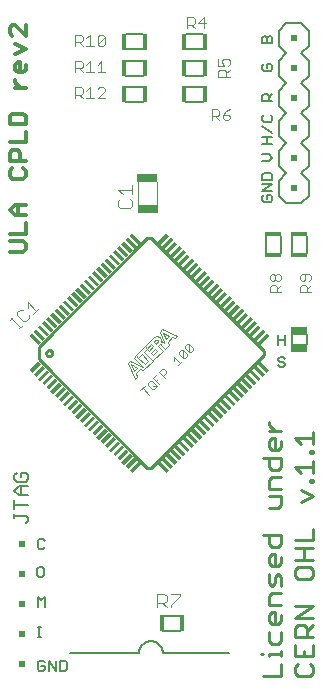
<source format=gto>
G75*
%MOIN*%
%OFA0B0*%
%FSLAX25Y25*%
%IPPOS*%
%LPD*%
%AMOC8*
5,1,8,0,0,1.08239X$1,22.5*
%
%ADD10C,0.01300*%
%ADD11C,0.00600*%
%ADD12C,0.01100*%
%ADD13C,0.00400*%
%ADD14R,0.06693X0.02953*%
%ADD15C,0.01000*%
%ADD16C,0.00200*%
%ADD17C,0.00300*%
%ADD18R,0.04133X0.01182*%
%ADD19R,0.04133X0.01181*%
%ADD20R,0.01182X0.04133*%
%ADD21R,0.01181X0.04133*%
%ADD22R,0.01400X0.05600*%
%ADD23R,0.02000X0.02000*%
%ADD24R,0.05512X0.02559*%
%ADD25R,0.05600X0.01400*%
%ADD26C,0.00500*%
D10*
X0011032Y0152012D02*
X0015453Y0152012D01*
X0016337Y0152896D01*
X0016337Y0154664D01*
X0015453Y0155548D01*
X0011032Y0155548D01*
X0011032Y0158089D02*
X0016337Y0158089D01*
X0016337Y0161626D01*
X0016337Y0164166D02*
X0012801Y0164166D01*
X0011032Y0165935D01*
X0012801Y0167703D01*
X0016337Y0167703D01*
X0013685Y0167703D02*
X0013685Y0164166D01*
X0011917Y0176321D02*
X0015453Y0176321D01*
X0016337Y0177205D01*
X0016337Y0178973D01*
X0015453Y0179857D01*
X0016337Y0182398D02*
X0011032Y0182398D01*
X0011032Y0185050D01*
X0011917Y0185934D01*
X0013685Y0185934D01*
X0014569Y0185050D01*
X0014569Y0182398D01*
X0011917Y0179857D02*
X0011032Y0178973D01*
X0011032Y0177205D01*
X0011917Y0176321D01*
X0011032Y0188475D02*
X0016337Y0188475D01*
X0016337Y0192012D01*
X0016337Y0194552D02*
X0016337Y0197205D01*
X0015453Y0198089D01*
X0011917Y0198089D01*
X0011032Y0197205D01*
X0011032Y0194552D01*
X0016337Y0194552D01*
X0016337Y0206707D02*
X0012801Y0206707D01*
X0014569Y0206707D02*
X0012801Y0208475D01*
X0012801Y0209359D01*
X0013685Y0211771D02*
X0012801Y0212655D01*
X0012801Y0214423D01*
X0013685Y0215307D01*
X0014569Y0215307D01*
X0014569Y0211771D01*
X0015453Y0211771D02*
X0013685Y0211771D01*
X0015453Y0211771D02*
X0016337Y0212655D01*
X0016337Y0214423D01*
X0012801Y0217848D02*
X0016337Y0219616D01*
X0012801Y0221385D01*
X0011917Y0223925D02*
X0011032Y0224809D01*
X0011032Y0226578D01*
X0011917Y0227462D01*
X0012801Y0227462D01*
X0016337Y0223925D01*
X0016337Y0227462D01*
D11*
X0049812Y0224487D02*
X0055412Y0224487D01*
X0055412Y0219487D02*
X0049812Y0219487D01*
X0049812Y0215737D02*
X0055412Y0215737D01*
X0055412Y0210737D02*
X0049812Y0210737D01*
X0049812Y0206987D02*
X0055412Y0206987D01*
X0055412Y0201987D02*
X0049812Y0201987D01*
X0069812Y0201987D02*
X0075412Y0201987D01*
X0075412Y0206987D02*
X0069812Y0206987D01*
X0069812Y0210737D02*
X0075412Y0210737D01*
X0075412Y0215737D02*
X0069812Y0215737D01*
X0069812Y0219487D02*
X0075412Y0219487D01*
X0075412Y0224487D02*
X0069812Y0224487D01*
X0095159Y0223363D02*
X0095726Y0223931D01*
X0096293Y0223931D01*
X0096861Y0223363D01*
X0096861Y0221662D01*
X0098562Y0221662D02*
X0095159Y0221662D01*
X0095159Y0223363D01*
X0096861Y0223363D02*
X0097428Y0223931D01*
X0097995Y0223931D01*
X0098562Y0223363D01*
X0098562Y0221662D01*
X0100737Y0220737D02*
X0100737Y0225737D01*
X0103237Y0228237D01*
X0108237Y0228237D01*
X0110737Y0225737D01*
X0110737Y0220737D01*
X0108237Y0218237D01*
X0110737Y0215737D01*
X0110737Y0210737D01*
X0108237Y0208237D01*
X0110737Y0205737D01*
X0110737Y0200737D01*
X0108237Y0198237D01*
X0110737Y0195737D01*
X0110737Y0190737D01*
X0108237Y0188237D01*
X0110737Y0185737D01*
X0110737Y0180737D01*
X0108237Y0178237D01*
X0110737Y0175737D01*
X0110737Y0170737D01*
X0108237Y0168237D01*
X0103237Y0168237D01*
X0100737Y0170737D01*
X0100737Y0175737D01*
X0103237Y0178237D01*
X0100737Y0180737D01*
X0100737Y0185737D01*
X0103237Y0188237D01*
X0100737Y0190737D01*
X0100737Y0195737D01*
X0103237Y0198237D01*
X0100737Y0200737D01*
X0100737Y0205737D01*
X0103237Y0208237D01*
X0100737Y0210737D01*
X0100737Y0215737D01*
X0103237Y0218237D01*
X0100737Y0220737D01*
X0097995Y0214556D02*
X0096861Y0214556D01*
X0096861Y0213421D01*
X0097995Y0212287D02*
X0095726Y0212287D01*
X0095159Y0212854D01*
X0095159Y0213988D01*
X0095726Y0214556D01*
X0097995Y0214556D02*
X0098562Y0213988D01*
X0098562Y0212854D01*
X0097995Y0212287D01*
X0098562Y0204556D02*
X0097428Y0203421D01*
X0097428Y0203988D02*
X0097428Y0202287D01*
X0098562Y0202287D02*
X0095159Y0202287D01*
X0095159Y0203988D01*
X0095726Y0204556D01*
X0096861Y0204556D01*
X0097428Y0203988D01*
X0097995Y0197547D02*
X0098562Y0196980D01*
X0098562Y0195845D01*
X0097995Y0195278D01*
X0095726Y0195278D01*
X0095159Y0195845D01*
X0095159Y0196980D01*
X0095726Y0197547D01*
X0095159Y0193864D02*
X0098562Y0191595D01*
X0098562Y0190181D02*
X0095159Y0190181D01*
X0096861Y0190181D02*
X0096861Y0187912D01*
X0098562Y0187912D02*
X0095159Y0187912D01*
X0095159Y0184556D02*
X0097428Y0184556D01*
X0098562Y0183421D01*
X0097428Y0182287D01*
X0095159Y0182287D01*
X0095726Y0178172D02*
X0095159Y0177605D01*
X0095159Y0175903D01*
X0098562Y0175903D01*
X0098562Y0177605D01*
X0097995Y0178172D01*
X0095726Y0178172D01*
X0095159Y0174489D02*
X0098562Y0174489D01*
X0095159Y0172220D01*
X0098562Y0172220D01*
X0097995Y0170806D02*
X0096861Y0170806D01*
X0096861Y0169671D01*
X0097995Y0168537D02*
X0095726Y0168537D01*
X0095159Y0169104D01*
X0095159Y0170238D01*
X0095726Y0170806D01*
X0097995Y0170806D02*
X0098562Y0170238D01*
X0098562Y0169104D01*
X0097995Y0168537D01*
X0096362Y0157287D02*
X0096362Y0151687D01*
X0101362Y0151687D02*
X0101362Y0157287D01*
X0105112Y0157287D02*
X0105112Y0151687D01*
X0110112Y0151687D02*
X0110112Y0157287D01*
X0110112Y0124448D02*
X0110112Y0121219D01*
X0105112Y0121219D02*
X0105112Y0124448D01*
X0102747Y0124190D02*
X0102747Y0120787D01*
X0102747Y0122488D02*
X0100479Y0122488D01*
X0100479Y0120787D02*
X0100479Y0124190D01*
X0101046Y0117002D02*
X0100479Y0116435D01*
X0100479Y0115868D01*
X0101046Y0115301D01*
X0102180Y0115301D01*
X0102747Y0114734D01*
X0102747Y0114167D01*
X0102180Y0113600D01*
X0101046Y0113600D01*
X0100479Y0114167D01*
X0101046Y0117002D02*
X0102180Y0117002D01*
X0102747Y0116435D01*
X0067912Y0030737D02*
X0062312Y0030737D01*
X0062312Y0025737D02*
X0067912Y0025737D01*
X0062112Y0018237D02*
X0084112Y0018237D01*
X0062112Y0018237D02*
X0062110Y0018363D01*
X0062104Y0018488D01*
X0062094Y0018613D01*
X0062080Y0018738D01*
X0062063Y0018863D01*
X0062041Y0018987D01*
X0062016Y0019110D01*
X0061986Y0019232D01*
X0061953Y0019353D01*
X0061916Y0019473D01*
X0061876Y0019592D01*
X0061831Y0019709D01*
X0061783Y0019826D01*
X0061731Y0019940D01*
X0061676Y0020053D01*
X0061617Y0020164D01*
X0061555Y0020273D01*
X0061489Y0020380D01*
X0061420Y0020485D01*
X0061348Y0020588D01*
X0061273Y0020689D01*
X0061194Y0020787D01*
X0061112Y0020882D01*
X0061028Y0020975D01*
X0060940Y0021065D01*
X0060850Y0021153D01*
X0060757Y0021237D01*
X0060662Y0021319D01*
X0060564Y0021398D01*
X0060463Y0021473D01*
X0060360Y0021545D01*
X0060255Y0021614D01*
X0060148Y0021680D01*
X0060039Y0021742D01*
X0059928Y0021801D01*
X0059815Y0021856D01*
X0059701Y0021908D01*
X0059584Y0021956D01*
X0059467Y0022001D01*
X0059348Y0022041D01*
X0059228Y0022078D01*
X0059107Y0022111D01*
X0058985Y0022141D01*
X0058862Y0022166D01*
X0058738Y0022188D01*
X0058613Y0022205D01*
X0058488Y0022219D01*
X0058363Y0022229D01*
X0058238Y0022235D01*
X0058112Y0022237D01*
X0057986Y0022235D01*
X0057861Y0022229D01*
X0057736Y0022219D01*
X0057611Y0022205D01*
X0057486Y0022188D01*
X0057362Y0022166D01*
X0057239Y0022141D01*
X0057117Y0022111D01*
X0056996Y0022078D01*
X0056876Y0022041D01*
X0056757Y0022001D01*
X0056640Y0021956D01*
X0056523Y0021908D01*
X0056409Y0021856D01*
X0056296Y0021801D01*
X0056185Y0021742D01*
X0056076Y0021680D01*
X0055969Y0021614D01*
X0055864Y0021545D01*
X0055761Y0021473D01*
X0055660Y0021398D01*
X0055562Y0021319D01*
X0055467Y0021237D01*
X0055374Y0021153D01*
X0055284Y0021065D01*
X0055196Y0020975D01*
X0055112Y0020882D01*
X0055030Y0020787D01*
X0054951Y0020689D01*
X0054876Y0020588D01*
X0054804Y0020485D01*
X0054735Y0020380D01*
X0054669Y0020273D01*
X0054607Y0020164D01*
X0054548Y0020053D01*
X0054493Y0019940D01*
X0054441Y0019826D01*
X0054393Y0019709D01*
X0054348Y0019592D01*
X0054308Y0019473D01*
X0054271Y0019353D01*
X0054238Y0019232D01*
X0054208Y0019110D01*
X0054183Y0018987D01*
X0054161Y0018863D01*
X0054144Y0018738D01*
X0054130Y0018613D01*
X0054120Y0018488D01*
X0054114Y0018363D01*
X0054112Y0018237D01*
X0031112Y0018237D01*
X0029480Y0015690D02*
X0027778Y0015690D01*
X0027778Y0012287D01*
X0029480Y0012287D01*
X0030047Y0012854D01*
X0030047Y0015123D01*
X0029480Y0015690D01*
X0026364Y0015690D02*
X0026364Y0012287D01*
X0024095Y0015690D01*
X0024095Y0012287D01*
X0022681Y0012854D02*
X0022681Y0013988D01*
X0021546Y0013988D01*
X0020412Y0012854D02*
X0020979Y0012287D01*
X0022113Y0012287D01*
X0022681Y0012854D01*
X0022681Y0015123D02*
X0022113Y0015690D01*
X0020979Y0015690D01*
X0020412Y0015123D01*
X0020412Y0012854D01*
X0020412Y0023537D02*
X0021546Y0023537D01*
X0020979Y0023537D02*
X0020979Y0026940D01*
X0020412Y0026940D02*
X0021546Y0026940D01*
X0020412Y0033537D02*
X0020412Y0036940D01*
X0021546Y0035806D01*
X0022681Y0036940D01*
X0022681Y0033537D01*
X0021801Y0043537D02*
X0020667Y0043537D01*
X0020100Y0044104D01*
X0020100Y0046373D01*
X0020667Y0046940D01*
X0021801Y0046940D01*
X0022368Y0046373D01*
X0022368Y0044104D01*
X0021801Y0043537D01*
X0022113Y0052912D02*
X0020979Y0052912D01*
X0020412Y0053479D01*
X0020412Y0055748D01*
X0020979Y0056315D01*
X0022113Y0056315D01*
X0022681Y0055748D01*
X0022681Y0053479D02*
X0022113Y0052912D01*
D12*
X0094673Y0018092D02*
X0095657Y0018092D01*
X0097625Y0018092D02*
X0101562Y0018092D01*
X0101562Y0017108D02*
X0101562Y0019076D01*
X0100578Y0021405D02*
X0101562Y0022389D01*
X0101562Y0025341D01*
X0100578Y0027850D02*
X0098609Y0027850D01*
X0097625Y0028834D01*
X0097625Y0030803D01*
X0098609Y0031787D01*
X0099594Y0031787D01*
X0099594Y0027850D01*
X0100578Y0027850D02*
X0101562Y0028834D01*
X0101562Y0030803D01*
X0101562Y0034295D02*
X0097625Y0034295D01*
X0097625Y0037248D01*
X0098609Y0038232D01*
X0101562Y0038232D01*
X0101562Y0040741D02*
X0101562Y0043694D01*
X0100578Y0044678D01*
X0099594Y0043694D01*
X0099594Y0041725D01*
X0098609Y0040741D01*
X0097625Y0041725D01*
X0097625Y0044678D01*
X0098609Y0047186D02*
X0097625Y0048171D01*
X0097625Y0050139D01*
X0098609Y0051123D01*
X0099594Y0051123D01*
X0099594Y0047186D01*
X0100578Y0047186D02*
X0098609Y0047186D01*
X0100578Y0047186D02*
X0101562Y0048171D01*
X0101562Y0050139D01*
X0100578Y0053632D02*
X0098609Y0053632D01*
X0097625Y0054616D01*
X0097625Y0057569D01*
X0095657Y0057569D02*
X0101562Y0057569D01*
X0101562Y0054616D01*
X0100578Y0053632D01*
X0106157Y0053272D02*
X0112062Y0053272D01*
X0112062Y0055780D02*
X0112062Y0059717D01*
X0112062Y0055780D02*
X0106157Y0055780D01*
X0109109Y0053272D02*
X0109109Y0049335D01*
X0107141Y0046826D02*
X0106157Y0045842D01*
X0106157Y0043874D01*
X0107141Y0042889D01*
X0111078Y0042889D01*
X0112062Y0043874D01*
X0112062Y0045842D01*
X0111078Y0046826D01*
X0107141Y0046826D01*
X0106157Y0049335D02*
X0112062Y0049335D01*
X0112062Y0033935D02*
X0106157Y0033935D01*
X0106157Y0029998D02*
X0112062Y0033935D01*
X0112062Y0029998D02*
X0106157Y0029998D01*
X0107141Y0027490D02*
X0106157Y0026506D01*
X0106157Y0023553D01*
X0112062Y0023553D01*
X0110094Y0023553D02*
X0110094Y0026506D01*
X0109109Y0027490D01*
X0107141Y0027490D01*
X0110094Y0025521D02*
X0112062Y0027490D01*
X0112062Y0021044D02*
X0112062Y0017108D01*
X0106157Y0017108D01*
X0106157Y0021044D01*
X0109109Y0019076D02*
X0109109Y0017108D01*
X0107141Y0014599D02*
X0106157Y0013615D01*
X0106157Y0011646D01*
X0107141Y0010662D01*
X0111078Y0010662D01*
X0112062Y0011646D01*
X0112062Y0013615D01*
X0111078Y0014599D01*
X0101562Y0014599D02*
X0101562Y0010662D01*
X0095657Y0010662D01*
X0097625Y0017108D02*
X0097625Y0018092D01*
X0098609Y0021405D02*
X0100578Y0021405D01*
X0098609Y0021405D02*
X0097625Y0022389D01*
X0097625Y0025341D01*
X0097625Y0066523D02*
X0100578Y0066523D01*
X0101562Y0067507D01*
X0101562Y0070460D01*
X0097625Y0070460D01*
X0097625Y0072968D02*
X0097625Y0075921D01*
X0098609Y0076905D01*
X0101562Y0076905D01*
X0100578Y0079414D02*
X0098609Y0079414D01*
X0097625Y0080398D01*
X0097625Y0083351D01*
X0095657Y0083351D02*
X0101562Y0083351D01*
X0101562Y0080398D01*
X0100578Y0079414D01*
X0101562Y0072968D02*
X0097625Y0072968D01*
X0098609Y0085859D02*
X0097625Y0086844D01*
X0097625Y0088812D01*
X0098609Y0089796D01*
X0099594Y0089796D01*
X0099594Y0085859D01*
X0100578Y0085859D02*
X0098609Y0085859D01*
X0100578Y0085859D02*
X0101562Y0086844D01*
X0101562Y0088812D01*
X0101562Y0092305D02*
X0097625Y0092305D01*
X0097625Y0094273D02*
X0097625Y0095257D01*
X0097625Y0094273D02*
X0099594Y0092305D01*
X0106157Y0089976D02*
X0112062Y0089976D01*
X0112062Y0088008D02*
X0112062Y0091945D01*
X0108125Y0088008D02*
X0106157Y0089976D01*
X0111078Y0085769D02*
X0112062Y0085769D01*
X0112062Y0084785D01*
X0111078Y0084785D01*
X0111078Y0085769D01*
X0112062Y0082276D02*
X0112062Y0078340D01*
X0112062Y0080308D02*
X0106157Y0080308D01*
X0108125Y0078340D01*
X0111078Y0076101D02*
X0112062Y0076101D01*
X0112062Y0075117D01*
X0111078Y0075117D01*
X0111078Y0076101D01*
X0108125Y0072608D02*
X0112062Y0070640D01*
X0108125Y0068671D01*
D13*
X0067985Y0038041D02*
X0067985Y0037274D01*
X0064916Y0034204D01*
X0064916Y0033437D01*
X0063381Y0033437D02*
X0061847Y0034972D01*
X0062614Y0034972D02*
X0060312Y0034972D01*
X0060312Y0033437D02*
X0060312Y0038041D01*
X0062614Y0038041D01*
X0063381Y0037274D01*
X0063381Y0035739D01*
X0062614Y0034972D01*
X0064916Y0038041D02*
X0067985Y0038041D01*
X0014072Y0126454D02*
X0015039Y0127421D01*
X0014555Y0126938D02*
X0011654Y0129839D01*
X0011170Y0129356D02*
X0012137Y0130323D01*
X0013607Y0130825D02*
X0015541Y0128891D01*
X0016509Y0128891D01*
X0017476Y0129858D01*
X0017476Y0130825D01*
X0018955Y0131337D02*
X0020889Y0133272D01*
X0019922Y0132305D02*
X0017021Y0135206D01*
X0017021Y0133272D01*
X0015541Y0132760D02*
X0014574Y0132760D01*
X0013607Y0131793D01*
X0013607Y0130825D01*
X0047950Y0166562D02*
X0047183Y0167329D01*
X0047183Y0168864D01*
X0047950Y0169631D01*
X0048718Y0171166D02*
X0047183Y0172701D01*
X0051787Y0172701D01*
X0051787Y0174235D02*
X0051787Y0171166D01*
X0051020Y0169631D02*
X0051787Y0168864D01*
X0051787Y0167329D01*
X0051020Y0166562D01*
X0047950Y0166562D01*
X0053889Y0167563D02*
X0053889Y0175161D01*
X0060085Y0175161D02*
X0060085Y0167563D01*
D14*
X0056991Y0166139D03*
X0056983Y0176585D03*
D15*
X0056916Y0156515D02*
X0058308Y0156515D01*
X0095890Y0118933D01*
X0095890Y0117541D01*
X0058308Y0079959D01*
X0056916Y0079959D01*
X0020726Y0116149D01*
X0020726Y0120325D01*
X0056916Y0156515D01*
X0023221Y0118237D02*
X0023223Y0118299D01*
X0023229Y0118362D01*
X0023239Y0118423D01*
X0023253Y0118484D01*
X0023270Y0118544D01*
X0023291Y0118603D01*
X0023317Y0118660D01*
X0023345Y0118715D01*
X0023377Y0118769D01*
X0023413Y0118820D01*
X0023451Y0118870D01*
X0023493Y0118916D01*
X0023537Y0118960D01*
X0023585Y0119001D01*
X0023634Y0119039D01*
X0023686Y0119073D01*
X0023740Y0119104D01*
X0023796Y0119132D01*
X0023854Y0119156D01*
X0023913Y0119177D01*
X0023973Y0119193D01*
X0024034Y0119206D01*
X0024096Y0119215D01*
X0024158Y0119220D01*
X0024221Y0119221D01*
X0024283Y0119218D01*
X0024345Y0119211D01*
X0024407Y0119200D01*
X0024467Y0119185D01*
X0024527Y0119167D01*
X0024585Y0119145D01*
X0024642Y0119119D01*
X0024697Y0119089D01*
X0024750Y0119056D01*
X0024801Y0119020D01*
X0024849Y0118981D01*
X0024895Y0118938D01*
X0024938Y0118893D01*
X0024978Y0118845D01*
X0025015Y0118795D01*
X0025049Y0118742D01*
X0025080Y0118688D01*
X0025106Y0118632D01*
X0025130Y0118574D01*
X0025149Y0118514D01*
X0025165Y0118454D01*
X0025177Y0118392D01*
X0025185Y0118331D01*
X0025189Y0118268D01*
X0025189Y0118206D01*
X0025185Y0118143D01*
X0025177Y0118082D01*
X0025165Y0118020D01*
X0025149Y0117960D01*
X0025130Y0117900D01*
X0025106Y0117842D01*
X0025080Y0117786D01*
X0025049Y0117732D01*
X0025015Y0117679D01*
X0024978Y0117629D01*
X0024938Y0117581D01*
X0024895Y0117536D01*
X0024849Y0117493D01*
X0024801Y0117454D01*
X0024750Y0117418D01*
X0024697Y0117385D01*
X0024642Y0117355D01*
X0024585Y0117329D01*
X0024527Y0117307D01*
X0024467Y0117289D01*
X0024407Y0117274D01*
X0024345Y0117263D01*
X0024283Y0117256D01*
X0024221Y0117253D01*
X0024158Y0117254D01*
X0024096Y0117259D01*
X0024034Y0117268D01*
X0023973Y0117281D01*
X0023913Y0117297D01*
X0023854Y0117318D01*
X0023796Y0117342D01*
X0023740Y0117370D01*
X0023686Y0117401D01*
X0023634Y0117435D01*
X0023585Y0117473D01*
X0023537Y0117514D01*
X0023493Y0117558D01*
X0023451Y0117604D01*
X0023413Y0117654D01*
X0023377Y0117705D01*
X0023345Y0117759D01*
X0023317Y0117814D01*
X0023291Y0117871D01*
X0023270Y0117930D01*
X0023253Y0117990D01*
X0023239Y0118051D01*
X0023229Y0118112D01*
X0023223Y0118175D01*
X0023221Y0118237D01*
D16*
X0050418Y0114802D02*
X0051126Y0115509D01*
X0055368Y0113738D01*
X0052362Y0116745D01*
X0053069Y0117452D01*
X0056075Y0120459D01*
X0059079Y0123462D01*
X0059611Y0122580D02*
X0059079Y0122048D01*
X0059786Y0121341D01*
X0060318Y0121873D01*
X0060318Y0121872D02*
X0060347Y0121905D01*
X0060374Y0121939D01*
X0060397Y0121976D01*
X0060417Y0122015D01*
X0060434Y0122055D01*
X0060447Y0122097D01*
X0060456Y0122139D01*
X0060462Y0122182D01*
X0060464Y0122226D01*
X0060462Y0122270D01*
X0060456Y0122313D01*
X0060447Y0122355D01*
X0060434Y0122397D01*
X0060417Y0122437D01*
X0060397Y0122476D01*
X0060374Y0122513D01*
X0060347Y0122547D01*
X0060318Y0122580D01*
X0060285Y0122609D01*
X0060251Y0122636D01*
X0060214Y0122659D01*
X0060175Y0122679D01*
X0060135Y0122696D01*
X0060093Y0122709D01*
X0060051Y0122718D01*
X0060008Y0122724D01*
X0059964Y0122726D01*
X0059920Y0122724D01*
X0059877Y0122718D01*
X0059835Y0122709D01*
X0059793Y0122696D01*
X0059753Y0122679D01*
X0059714Y0122659D01*
X0059677Y0122636D01*
X0059643Y0122609D01*
X0059610Y0122580D01*
X0059079Y0123463D02*
X0059139Y0123511D01*
X0059202Y0123556D01*
X0059267Y0123598D01*
X0059334Y0123637D01*
X0059402Y0123672D01*
X0059473Y0123704D01*
X0059545Y0123732D01*
X0059618Y0123756D01*
X0059693Y0123777D01*
X0059768Y0123794D01*
X0059844Y0123807D01*
X0059921Y0123816D01*
X0059998Y0123821D01*
X0060075Y0123822D01*
X0060152Y0123819D01*
X0060229Y0123813D01*
X0060306Y0123802D01*
X0060382Y0123788D01*
X0060457Y0123769D01*
X0060531Y0123747D01*
X0060604Y0123721D01*
X0060675Y0123692D01*
X0060745Y0123659D01*
X0060813Y0123622D01*
X0060879Y0123582D01*
X0060943Y0123539D01*
X0061005Y0123492D01*
X0061064Y0123443D01*
X0061120Y0123390D01*
X0061174Y0123335D01*
X0061225Y0123277D01*
X0061273Y0123216D01*
X0061318Y0123153D01*
X0061360Y0123088D01*
X0061398Y0123021D01*
X0061433Y0122952D01*
X0061464Y0122882D01*
X0061491Y0122809D01*
X0061515Y0122736D01*
X0061535Y0122661D01*
X0061552Y0122586D01*
X0061564Y0122510D01*
X0061573Y0122433D01*
X0061577Y0122356D01*
X0061578Y0122278D01*
X0061575Y0122201D01*
X0061567Y0122124D01*
X0061556Y0122048D01*
X0061555Y0122050D02*
X0061610Y0122068D01*
X0061665Y0122083D01*
X0061722Y0122094D01*
X0061779Y0122101D01*
X0061836Y0122105D01*
X0061894Y0122105D01*
X0061951Y0122101D01*
X0062008Y0122093D01*
X0062065Y0122082D01*
X0062120Y0122067D01*
X0062175Y0122049D01*
X0062228Y0122028D01*
X0062280Y0122002D01*
X0062330Y0121974D01*
X0062378Y0121943D01*
X0062424Y0121908D01*
X0062468Y0121871D01*
X0062509Y0121830D01*
X0062548Y0121788D01*
X0062583Y0121743D01*
X0062616Y0121695D01*
X0062439Y0121873D02*
X0061025Y0125408D01*
X0061732Y0126115D01*
X0066860Y0123816D01*
X0066153Y0123109D01*
X0065092Y0123462D01*
X0063678Y0122048D01*
X0064032Y0120987D01*
X0062793Y0119749D01*
X0061554Y0120987D01*
X0061554Y0120988D02*
X0061521Y0121017D01*
X0061487Y0121044D01*
X0061450Y0121067D01*
X0061411Y0121087D01*
X0061371Y0121104D01*
X0061329Y0121117D01*
X0061287Y0121126D01*
X0061244Y0121132D01*
X0061200Y0121134D01*
X0061156Y0121132D01*
X0061113Y0121126D01*
X0061071Y0121117D01*
X0061029Y0121104D01*
X0060989Y0121087D01*
X0060950Y0121067D01*
X0060913Y0121044D01*
X0060879Y0121017D01*
X0060846Y0120988D01*
X0060847Y0120987D02*
X0060493Y0120634D01*
X0062086Y0119042D01*
X0058904Y0115860D01*
X0058728Y0115684D02*
X0055546Y0112502D01*
X0054486Y0112856D01*
X0053071Y0111442D01*
X0053425Y0110381D01*
X0052718Y0109674D01*
X0050418Y0114802D01*
X0051479Y0114448D02*
X0053600Y0113385D01*
X0052540Y0112324D01*
X0051479Y0114448D01*
X0053776Y0116745D02*
X0053069Y0117452D01*
X0053776Y0116745D02*
X0055015Y0117984D01*
X0057314Y0115684D01*
X0056075Y0114445D01*
X0053776Y0116745D01*
X0055722Y0118691D02*
X0058728Y0115684D01*
X0058904Y0117630D02*
X0058197Y0118337D01*
X0059611Y0119751D01*
X0060318Y0119044D01*
X0058904Y0117630D01*
X0057490Y0119044D02*
X0058904Y0120459D01*
X0058197Y0121166D01*
X0056782Y0119751D01*
X0057490Y0119044D01*
X0056782Y0119751D02*
X0055722Y0118691D01*
X0056782Y0119751D02*
X0056075Y0120459D01*
X0063146Y0122931D02*
X0062086Y0125055D01*
X0064207Y0123991D01*
X0063146Y0122931D01*
D17*
X0067484Y0118618D02*
X0067484Y0117933D01*
X0068853Y0116565D01*
X0068853Y0119302D01*
X0070221Y0117933D01*
X0070221Y0117249D01*
X0069537Y0116565D01*
X0068853Y0116565D01*
X0068479Y0115508D02*
X0067111Y0114140D01*
X0067795Y0114824D02*
X0065743Y0116876D01*
X0065743Y0115508D01*
X0067484Y0118618D02*
X0068168Y0119302D01*
X0068853Y0119302D01*
X0069568Y0120017D02*
X0069568Y0120701D01*
X0070252Y0121385D01*
X0070936Y0121385D01*
X0070936Y0118649D01*
X0071620Y0118649D01*
X0072304Y0119333D01*
X0072304Y0120017D01*
X0070936Y0121385D01*
X0069568Y0120017D02*
X0070936Y0118649D01*
X0063286Y0112367D02*
X0063286Y0111683D01*
X0062260Y0110657D01*
X0062944Y0109973D02*
X0060892Y0112025D01*
X0061918Y0113051D01*
X0062602Y0113051D01*
X0063286Y0112367D01*
X0060176Y0111310D02*
X0058808Y0109941D01*
X0060861Y0107889D01*
X0060145Y0107174D02*
X0058777Y0107174D01*
X0059803Y0107516D02*
X0058435Y0108884D01*
X0057751Y0108884D01*
X0057067Y0108200D01*
X0057067Y0107516D01*
X0058435Y0106148D01*
X0059119Y0106148D01*
X0059803Y0106832D01*
X0059803Y0107516D01*
X0059834Y0108915D02*
X0060519Y0109599D01*
X0057378Y0104406D02*
X0055325Y0106459D01*
X0056009Y0107143D02*
X0054641Y0105774D01*
X0097759Y0138521D02*
X0097759Y0140372D01*
X0098376Y0140989D01*
X0099610Y0140989D01*
X0100228Y0140372D01*
X0100228Y0138521D01*
X0101462Y0138521D02*
X0097759Y0138521D01*
X0100228Y0139755D02*
X0101462Y0140989D01*
X0100845Y0142204D02*
X0100228Y0142204D01*
X0099610Y0142821D01*
X0099610Y0144055D01*
X0100228Y0144673D01*
X0100845Y0144673D01*
X0101462Y0144055D01*
X0101462Y0142821D01*
X0100845Y0142204D01*
X0099610Y0142821D02*
X0098993Y0142204D01*
X0098376Y0142204D01*
X0097759Y0142821D01*
X0097759Y0144055D01*
X0098376Y0144673D01*
X0098993Y0144673D01*
X0099610Y0144055D01*
X0107759Y0144055D02*
X0107759Y0142821D01*
X0108376Y0142204D01*
X0108993Y0142204D01*
X0109610Y0142821D01*
X0109610Y0144673D01*
X0108376Y0144673D02*
X0110845Y0144673D01*
X0111462Y0144055D01*
X0111462Y0142821D01*
X0110845Y0142204D01*
X0111462Y0140989D02*
X0110228Y0139755D01*
X0110228Y0140372D02*
X0110228Y0138521D01*
X0111462Y0138521D02*
X0107759Y0138521D01*
X0107759Y0140372D01*
X0108376Y0140989D01*
X0109610Y0140989D01*
X0110228Y0140372D01*
X0107759Y0144055D02*
X0108376Y0144673D01*
X0083922Y0195887D02*
X0082687Y0195887D01*
X0082070Y0196504D01*
X0082070Y0197739D01*
X0083922Y0197739D01*
X0084539Y0197121D01*
X0084539Y0196504D01*
X0083922Y0195887D01*
X0082070Y0197739D02*
X0083305Y0198973D01*
X0084539Y0199590D01*
X0080856Y0198973D02*
X0080856Y0197739D01*
X0080239Y0197121D01*
X0078387Y0197121D01*
X0078387Y0195887D02*
X0078387Y0199590D01*
X0080239Y0199590D01*
X0080856Y0198973D01*
X0079621Y0197121D02*
X0080856Y0195887D01*
X0080634Y0210262D02*
X0080634Y0212114D01*
X0081251Y0212731D01*
X0082485Y0212731D01*
X0083103Y0212114D01*
X0083103Y0210262D01*
X0084337Y0210262D02*
X0080634Y0210262D01*
X0080634Y0213945D02*
X0082485Y0213945D01*
X0081868Y0215180D01*
X0081868Y0215797D01*
X0082485Y0216414D01*
X0083720Y0216414D01*
X0084337Y0215797D01*
X0084337Y0214562D01*
X0083720Y0213945D01*
X0084337Y0212731D02*
X0083103Y0211496D01*
X0080634Y0213945D02*
X0080634Y0216414D01*
X0075797Y0226512D02*
X0075797Y0230215D01*
X0073945Y0228364D01*
X0076414Y0228364D01*
X0072731Y0228364D02*
X0072114Y0227746D01*
X0070262Y0227746D01*
X0070262Y0226512D02*
X0070262Y0230215D01*
X0072114Y0230215D01*
X0072731Y0229598D01*
X0072731Y0228364D01*
X0071496Y0227746D02*
X0072731Y0226512D01*
X0042798Y0223723D02*
X0042798Y0221254D01*
X0042180Y0220637D01*
X0040946Y0220637D01*
X0040329Y0221254D01*
X0042798Y0223723D01*
X0042180Y0224340D01*
X0040946Y0224340D01*
X0040329Y0223723D01*
X0040329Y0221254D01*
X0039114Y0220637D02*
X0036646Y0220637D01*
X0035431Y0220637D02*
X0034197Y0221871D01*
X0034814Y0221871D02*
X0032963Y0221871D01*
X0032963Y0220637D02*
X0032963Y0224340D01*
X0034814Y0224340D01*
X0035431Y0223723D01*
X0035431Y0222489D01*
X0034814Y0221871D01*
X0036646Y0223106D02*
X0037880Y0224340D01*
X0037880Y0220637D01*
X0037880Y0215590D02*
X0037880Y0211887D01*
X0036646Y0211887D02*
X0039114Y0211887D01*
X0040329Y0211887D02*
X0042798Y0211887D01*
X0041563Y0211887D02*
X0041563Y0215590D01*
X0040329Y0214356D01*
X0037880Y0215590D02*
X0036646Y0214356D01*
X0035431Y0214973D02*
X0035431Y0213739D01*
X0034814Y0213121D01*
X0032963Y0213121D01*
X0034197Y0213121D02*
X0035431Y0211887D01*
X0032963Y0211887D02*
X0032963Y0215590D01*
X0034814Y0215590D01*
X0035431Y0214973D01*
X0034814Y0206840D02*
X0032963Y0206840D01*
X0032963Y0203137D01*
X0032963Y0204371D02*
X0034814Y0204371D01*
X0035431Y0204989D01*
X0035431Y0206223D01*
X0034814Y0206840D01*
X0036646Y0205606D02*
X0037880Y0206840D01*
X0037880Y0203137D01*
X0036646Y0203137D02*
X0039114Y0203137D01*
X0040329Y0203137D02*
X0042798Y0205606D01*
X0042798Y0206223D01*
X0042180Y0206840D01*
X0040946Y0206840D01*
X0040329Y0206223D01*
X0040329Y0203137D02*
X0042798Y0203137D01*
X0035431Y0203137D02*
X0034197Y0204371D01*
D18*
G36*
X0064153Y0157349D02*
X0061233Y0154429D01*
X0060397Y0155265D01*
X0063317Y0158185D01*
X0064153Y0157349D01*
G37*
G36*
X0066937Y0154565D02*
X0064017Y0151645D01*
X0063181Y0152481D01*
X0066101Y0155401D01*
X0066937Y0154565D01*
G37*
G36*
X0069721Y0151781D02*
X0066801Y0148861D01*
X0065965Y0149697D01*
X0068885Y0152617D01*
X0069721Y0151781D01*
G37*
G36*
X0072505Y0148997D02*
X0069585Y0146077D01*
X0068749Y0146913D01*
X0071669Y0149833D01*
X0072505Y0148997D01*
G37*
G36*
X0075289Y0146213D02*
X0072369Y0143293D01*
X0071533Y0144129D01*
X0074453Y0147049D01*
X0075289Y0146213D01*
G37*
G36*
X0078072Y0143429D02*
X0075152Y0140509D01*
X0074316Y0141345D01*
X0077236Y0144265D01*
X0078072Y0143429D01*
G37*
G36*
X0080856Y0140645D02*
X0077936Y0137725D01*
X0077100Y0138561D01*
X0080020Y0141481D01*
X0080856Y0140645D01*
G37*
G36*
X0083640Y0137861D02*
X0080720Y0134941D01*
X0079884Y0135777D01*
X0082804Y0138697D01*
X0083640Y0137861D01*
G37*
G36*
X0086424Y0135078D02*
X0083504Y0132158D01*
X0082668Y0132994D01*
X0085588Y0135914D01*
X0086424Y0135078D01*
G37*
G36*
X0089208Y0132294D02*
X0086288Y0129374D01*
X0085452Y0130210D01*
X0088372Y0133130D01*
X0089208Y0132294D01*
G37*
G36*
X0091992Y0129510D02*
X0089072Y0126590D01*
X0088236Y0127426D01*
X0091156Y0130346D01*
X0091992Y0129510D01*
G37*
G36*
X0094776Y0126726D02*
X0091856Y0123806D01*
X0091020Y0124642D01*
X0093940Y0127562D01*
X0094776Y0126726D01*
G37*
G36*
X0097560Y0123942D02*
X0094640Y0121022D01*
X0093804Y0121858D01*
X0096724Y0124778D01*
X0097560Y0123942D01*
G37*
G36*
X0054827Y0081209D02*
X0051907Y0078289D01*
X0051071Y0079125D01*
X0053991Y0082045D01*
X0054827Y0081209D01*
G37*
G36*
X0052043Y0083993D02*
X0049123Y0081073D01*
X0048287Y0081909D01*
X0051207Y0084829D01*
X0052043Y0083993D01*
G37*
G36*
X0049259Y0086777D02*
X0046339Y0083857D01*
X0045503Y0084693D01*
X0048423Y0087613D01*
X0049259Y0086777D01*
G37*
G36*
X0046475Y0089561D02*
X0043555Y0086641D01*
X0042719Y0087477D01*
X0045639Y0090397D01*
X0046475Y0089561D01*
G37*
G36*
X0043691Y0092345D02*
X0040771Y0089425D01*
X0039935Y0090261D01*
X0042855Y0093181D01*
X0043691Y0092345D01*
G37*
G36*
X0040908Y0095129D02*
X0037988Y0092209D01*
X0037152Y0093045D01*
X0040072Y0095965D01*
X0040908Y0095129D01*
G37*
G36*
X0038124Y0097913D02*
X0035204Y0094993D01*
X0034368Y0095829D01*
X0037288Y0098749D01*
X0038124Y0097913D01*
G37*
G36*
X0035340Y0100697D02*
X0032420Y0097777D01*
X0031584Y0098613D01*
X0034504Y0101533D01*
X0035340Y0100697D01*
G37*
G36*
X0032556Y0103480D02*
X0029636Y0100560D01*
X0028800Y0101396D01*
X0031720Y0104316D01*
X0032556Y0103480D01*
G37*
G36*
X0029772Y0106264D02*
X0026852Y0103344D01*
X0026016Y0104180D01*
X0028936Y0107100D01*
X0029772Y0106264D01*
G37*
G36*
X0026988Y0109048D02*
X0024068Y0106128D01*
X0023232Y0106964D01*
X0026152Y0109884D01*
X0026988Y0109048D01*
G37*
G36*
X0024204Y0111832D02*
X0021284Y0108912D01*
X0020448Y0109748D01*
X0023368Y0112668D01*
X0024204Y0111832D01*
G37*
G36*
X0021420Y0114616D02*
X0018500Y0111696D01*
X0017664Y0112532D01*
X0020584Y0115452D01*
X0021420Y0114616D01*
G37*
D19*
G36*
X0022812Y0113225D02*
X0019891Y0110304D01*
X0019056Y0111139D01*
X0021977Y0114060D01*
X0022812Y0113225D01*
G37*
G36*
X0025596Y0110441D02*
X0022675Y0107520D01*
X0021840Y0108355D01*
X0024761Y0111276D01*
X0025596Y0110441D01*
G37*
G36*
X0028380Y0107657D02*
X0025459Y0104736D01*
X0024624Y0105571D01*
X0027545Y0108492D01*
X0028380Y0107657D01*
G37*
G36*
X0031164Y0104873D02*
X0028243Y0101952D01*
X0027408Y0102787D01*
X0030329Y0105708D01*
X0031164Y0104873D01*
G37*
G36*
X0033948Y0102090D02*
X0031027Y0099169D01*
X0030192Y0100004D01*
X0033113Y0102925D01*
X0033948Y0102090D01*
G37*
G36*
X0036732Y0099306D02*
X0033811Y0096385D01*
X0032976Y0097220D01*
X0035897Y0100141D01*
X0036732Y0099306D01*
G37*
G36*
X0039516Y0096522D02*
X0036595Y0093601D01*
X0035760Y0094436D01*
X0038681Y0097357D01*
X0039516Y0096522D01*
G37*
G36*
X0042300Y0093738D02*
X0039379Y0090817D01*
X0038544Y0091652D01*
X0041465Y0094573D01*
X0042300Y0093738D01*
G37*
G36*
X0045083Y0090954D02*
X0042162Y0088033D01*
X0041327Y0088868D01*
X0044248Y0091789D01*
X0045083Y0090954D01*
G37*
G36*
X0047867Y0088170D02*
X0044946Y0085249D01*
X0044111Y0086084D01*
X0047032Y0089005D01*
X0047867Y0088170D01*
G37*
G36*
X0050651Y0085386D02*
X0047730Y0082465D01*
X0046895Y0083300D01*
X0049816Y0086221D01*
X0050651Y0085386D01*
G37*
G36*
X0053435Y0082602D02*
X0050514Y0079681D01*
X0049679Y0080516D01*
X0052600Y0083437D01*
X0053435Y0082602D01*
G37*
G36*
X0087816Y0133687D02*
X0084895Y0130766D01*
X0084060Y0131601D01*
X0086981Y0134522D01*
X0087816Y0133687D01*
G37*
G36*
X0090600Y0130903D02*
X0087679Y0127982D01*
X0086844Y0128817D01*
X0089765Y0131738D01*
X0090600Y0130903D01*
G37*
G36*
X0093384Y0128119D02*
X0090463Y0125198D01*
X0089628Y0126033D01*
X0092549Y0128954D01*
X0093384Y0128119D01*
G37*
G36*
X0096168Y0125335D02*
X0093247Y0122414D01*
X0092412Y0123249D01*
X0095333Y0126170D01*
X0096168Y0125335D01*
G37*
G36*
X0085032Y0136470D02*
X0082111Y0133549D01*
X0081276Y0134384D01*
X0084197Y0137305D01*
X0085032Y0136470D01*
G37*
G36*
X0082248Y0139254D02*
X0079327Y0136333D01*
X0078492Y0137168D01*
X0081413Y0140089D01*
X0082248Y0139254D01*
G37*
G36*
X0079464Y0142038D02*
X0076543Y0139117D01*
X0075708Y0139952D01*
X0078629Y0142873D01*
X0079464Y0142038D01*
G37*
G36*
X0076680Y0144822D02*
X0073759Y0141901D01*
X0072924Y0142736D01*
X0075845Y0145657D01*
X0076680Y0144822D01*
G37*
G36*
X0073897Y0147606D02*
X0070976Y0144685D01*
X0070141Y0145520D01*
X0073062Y0148441D01*
X0073897Y0147606D01*
G37*
G36*
X0071113Y0150390D02*
X0068192Y0147469D01*
X0067357Y0148304D01*
X0070278Y0151225D01*
X0071113Y0150390D01*
G37*
G36*
X0068329Y0153174D02*
X0065408Y0150253D01*
X0064573Y0151088D01*
X0067494Y0154009D01*
X0068329Y0153174D01*
G37*
G36*
X0065545Y0155958D02*
X0062624Y0153037D01*
X0061789Y0153872D01*
X0064710Y0156793D01*
X0065545Y0155958D01*
G37*
D20*
G36*
X0054827Y0155265D02*
X0053991Y0154429D01*
X0051071Y0157349D01*
X0051907Y0158185D01*
X0054827Y0155265D01*
G37*
G36*
X0052043Y0152481D02*
X0051207Y0151645D01*
X0048287Y0154565D01*
X0049123Y0155401D01*
X0052043Y0152481D01*
G37*
G36*
X0049259Y0149697D02*
X0048423Y0148861D01*
X0045503Y0151781D01*
X0046339Y0152617D01*
X0049259Y0149697D01*
G37*
G36*
X0046475Y0146913D02*
X0045639Y0146077D01*
X0042719Y0148997D01*
X0043555Y0149833D01*
X0046475Y0146913D01*
G37*
G36*
X0043691Y0144129D02*
X0042855Y0143293D01*
X0039935Y0146213D01*
X0040771Y0147049D01*
X0043691Y0144129D01*
G37*
G36*
X0040908Y0141345D02*
X0040072Y0140509D01*
X0037152Y0143429D01*
X0037988Y0144265D01*
X0040908Y0141345D01*
G37*
G36*
X0038124Y0138561D02*
X0037288Y0137725D01*
X0034368Y0140645D01*
X0035204Y0141481D01*
X0038124Y0138561D01*
G37*
G36*
X0035340Y0135777D02*
X0034504Y0134941D01*
X0031584Y0137861D01*
X0032420Y0138697D01*
X0035340Y0135777D01*
G37*
G36*
X0032556Y0132994D02*
X0031720Y0132158D01*
X0028800Y0135078D01*
X0029636Y0135914D01*
X0032556Y0132994D01*
G37*
G36*
X0029772Y0130210D02*
X0028936Y0129374D01*
X0026016Y0132294D01*
X0026852Y0133130D01*
X0029772Y0130210D01*
G37*
G36*
X0026988Y0127426D02*
X0026152Y0126590D01*
X0023232Y0129510D01*
X0024068Y0130346D01*
X0026988Y0127426D01*
G37*
G36*
X0024204Y0124642D02*
X0023368Y0123806D01*
X0020448Y0126726D01*
X0021284Y0127562D01*
X0024204Y0124642D01*
G37*
G36*
X0021420Y0121858D02*
X0020584Y0121022D01*
X0017664Y0123942D01*
X0018500Y0124778D01*
X0021420Y0121858D01*
G37*
G36*
X0064153Y0079125D02*
X0063317Y0078289D01*
X0060397Y0081209D01*
X0061233Y0082045D01*
X0064153Y0079125D01*
G37*
G36*
X0066937Y0081909D02*
X0066101Y0081073D01*
X0063181Y0083993D01*
X0064017Y0084829D01*
X0066937Y0081909D01*
G37*
G36*
X0069721Y0084693D02*
X0068885Y0083857D01*
X0065965Y0086777D01*
X0066801Y0087613D01*
X0069721Y0084693D01*
G37*
G36*
X0072505Y0087477D02*
X0071669Y0086641D01*
X0068749Y0089561D01*
X0069585Y0090397D01*
X0072505Y0087477D01*
G37*
G36*
X0075289Y0090261D02*
X0074453Y0089425D01*
X0071533Y0092345D01*
X0072369Y0093181D01*
X0075289Y0090261D01*
G37*
G36*
X0078072Y0093045D02*
X0077236Y0092209D01*
X0074316Y0095129D01*
X0075152Y0095965D01*
X0078072Y0093045D01*
G37*
G36*
X0080856Y0095829D02*
X0080020Y0094993D01*
X0077100Y0097913D01*
X0077936Y0098749D01*
X0080856Y0095829D01*
G37*
G36*
X0083640Y0098613D02*
X0082804Y0097777D01*
X0079884Y0100697D01*
X0080720Y0101533D01*
X0083640Y0098613D01*
G37*
G36*
X0086424Y0101396D02*
X0085588Y0100560D01*
X0082668Y0103480D01*
X0083504Y0104316D01*
X0086424Y0101396D01*
G37*
G36*
X0089208Y0104180D02*
X0088372Y0103344D01*
X0085452Y0106264D01*
X0086288Y0107100D01*
X0089208Y0104180D01*
G37*
G36*
X0091992Y0106964D02*
X0091156Y0106128D01*
X0088236Y0109048D01*
X0089072Y0109884D01*
X0091992Y0106964D01*
G37*
G36*
X0094776Y0109748D02*
X0093940Y0108912D01*
X0091020Y0111832D01*
X0091856Y0112668D01*
X0094776Y0109748D01*
G37*
G36*
X0097560Y0112532D02*
X0096724Y0111696D01*
X0093804Y0114616D01*
X0094640Y0115452D01*
X0097560Y0112532D01*
G37*
D21*
G36*
X0096168Y0111139D02*
X0095333Y0110304D01*
X0092412Y0113225D01*
X0093247Y0114060D01*
X0096168Y0111139D01*
G37*
G36*
X0093384Y0108355D02*
X0092549Y0107520D01*
X0089628Y0110441D01*
X0090463Y0111276D01*
X0093384Y0108355D01*
G37*
G36*
X0090600Y0105571D02*
X0089765Y0104736D01*
X0086844Y0107657D01*
X0087679Y0108492D01*
X0090600Y0105571D01*
G37*
G36*
X0087816Y0102787D02*
X0086981Y0101952D01*
X0084060Y0104873D01*
X0084895Y0105708D01*
X0087816Y0102787D01*
G37*
G36*
X0085032Y0100004D02*
X0084197Y0099169D01*
X0081276Y0102090D01*
X0082111Y0102925D01*
X0085032Y0100004D01*
G37*
G36*
X0082248Y0097220D02*
X0081413Y0096385D01*
X0078492Y0099306D01*
X0079327Y0100141D01*
X0082248Y0097220D01*
G37*
G36*
X0079464Y0094436D02*
X0078629Y0093601D01*
X0075708Y0096522D01*
X0076543Y0097357D01*
X0079464Y0094436D01*
G37*
G36*
X0076680Y0091652D02*
X0075845Y0090817D01*
X0072924Y0093738D01*
X0073759Y0094573D01*
X0076680Y0091652D01*
G37*
G36*
X0073897Y0088868D02*
X0073062Y0088033D01*
X0070141Y0090954D01*
X0070976Y0091789D01*
X0073897Y0088868D01*
G37*
G36*
X0071113Y0086084D02*
X0070278Y0085249D01*
X0067357Y0088170D01*
X0068192Y0089005D01*
X0071113Y0086084D01*
G37*
G36*
X0068329Y0083300D02*
X0067494Y0082465D01*
X0064573Y0085386D01*
X0065408Y0086221D01*
X0068329Y0083300D01*
G37*
G36*
X0065545Y0080516D02*
X0064710Y0079681D01*
X0061789Y0082602D01*
X0062624Y0083437D01*
X0065545Y0080516D01*
G37*
G36*
X0033948Y0134384D02*
X0033113Y0133549D01*
X0030192Y0136470D01*
X0031027Y0137305D01*
X0033948Y0134384D01*
G37*
G36*
X0036732Y0137168D02*
X0035897Y0136333D01*
X0032976Y0139254D01*
X0033811Y0140089D01*
X0036732Y0137168D01*
G37*
G36*
X0039516Y0139952D02*
X0038681Y0139117D01*
X0035760Y0142038D01*
X0036595Y0142873D01*
X0039516Y0139952D01*
G37*
G36*
X0042300Y0142736D02*
X0041465Y0141901D01*
X0038544Y0144822D01*
X0039379Y0145657D01*
X0042300Y0142736D01*
G37*
G36*
X0045083Y0145520D02*
X0044248Y0144685D01*
X0041327Y0147606D01*
X0042162Y0148441D01*
X0045083Y0145520D01*
G37*
G36*
X0047867Y0148304D02*
X0047032Y0147469D01*
X0044111Y0150390D01*
X0044946Y0151225D01*
X0047867Y0148304D01*
G37*
G36*
X0050651Y0151088D02*
X0049816Y0150253D01*
X0046895Y0153174D01*
X0047730Y0154009D01*
X0050651Y0151088D01*
G37*
G36*
X0053435Y0153872D02*
X0052600Y0153037D01*
X0049679Y0155958D01*
X0050514Y0156793D01*
X0053435Y0153872D01*
G37*
G36*
X0031164Y0131601D02*
X0030329Y0130766D01*
X0027408Y0133687D01*
X0028243Y0134522D01*
X0031164Y0131601D01*
G37*
G36*
X0028380Y0128817D02*
X0027545Y0127982D01*
X0024624Y0130903D01*
X0025459Y0131738D01*
X0028380Y0128817D01*
G37*
G36*
X0025596Y0126033D02*
X0024761Y0125198D01*
X0021840Y0128119D01*
X0022675Y0128954D01*
X0025596Y0126033D01*
G37*
G36*
X0022812Y0123249D02*
X0021977Y0122414D01*
X0019056Y0125335D01*
X0019891Y0126170D01*
X0022812Y0123249D01*
G37*
D22*
X0049212Y0204487D03*
X0056012Y0204487D03*
X0056012Y0213237D03*
X0049212Y0213237D03*
X0049212Y0221987D03*
X0056012Y0221987D03*
X0069212Y0221987D03*
X0076012Y0221987D03*
X0076012Y0213237D03*
X0069212Y0213237D03*
X0069212Y0204487D03*
X0076012Y0204487D03*
X0068512Y0028237D03*
X0061712Y0028237D03*
D23*
X0015112Y0014487D03*
X0015112Y0024487D03*
X0015112Y0034487D03*
X0015112Y0044487D03*
X0015112Y0054487D03*
X0105737Y0173237D03*
X0105737Y0183237D03*
X0105737Y0193237D03*
X0105737Y0203237D03*
X0105737Y0213237D03*
X0105737Y0223237D03*
D24*
X0107618Y0125754D03*
X0107618Y0119954D03*
D25*
X0107612Y0151087D03*
X0107612Y0157887D03*
X0098862Y0157887D03*
X0098862Y0151087D03*
D26*
X0017112Y0077676D02*
X0017112Y0076174D01*
X0016361Y0075424D01*
X0013359Y0075424D01*
X0012608Y0076174D01*
X0012608Y0077676D01*
X0013359Y0078426D01*
X0014860Y0078426D02*
X0014860Y0076925D01*
X0014860Y0078426D02*
X0016361Y0078426D01*
X0017112Y0077676D01*
X0017112Y0073822D02*
X0014109Y0073822D01*
X0012608Y0072321D01*
X0014109Y0070820D01*
X0017112Y0070820D01*
X0014860Y0070820D02*
X0014860Y0073822D01*
X0012608Y0069218D02*
X0012608Y0066216D01*
X0012608Y0067717D02*
X0017112Y0067717D01*
X0016361Y0063864D02*
X0012608Y0063864D01*
X0012608Y0063113D02*
X0012608Y0064615D01*
X0016361Y0063864D02*
X0017112Y0063113D01*
X0017112Y0062363D01*
X0016361Y0061612D01*
M02*

</source>
